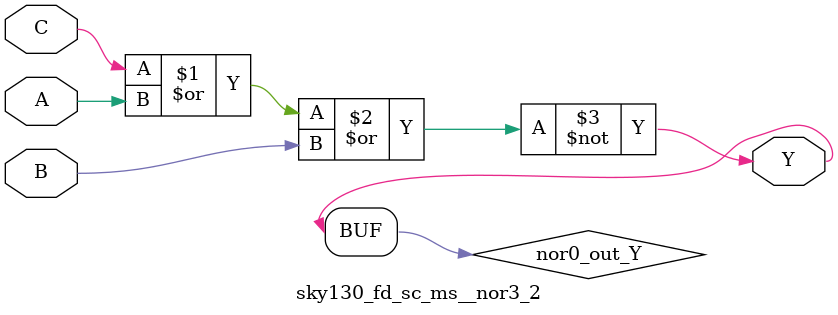
<source format=v>
/*
 * Copyright 2020 The SkyWater PDK Authors
 *
 * Licensed under the Apache License, Version 2.0 (the "License");
 * you may not use this file except in compliance with the License.
 * You may obtain a copy of the License at
 *
 *     https://www.apache.org/licenses/LICENSE-2.0
 *
 * Unless required by applicable law or agreed to in writing, software
 * distributed under the License is distributed on an "AS IS" BASIS,
 * WITHOUT WARRANTIES OR CONDITIONS OF ANY KIND, either express or implied.
 * See the License for the specific language governing permissions and
 * limitations under the License.
 *
 * SPDX-License-Identifier: Apache-2.0
*/


`ifndef SKY130_FD_SC_MS__NOR3_2_FUNCTIONAL_V
`define SKY130_FD_SC_MS__NOR3_2_FUNCTIONAL_V

/**
 * nor3: 3-input NOR.
 *
 *       Y = !(A | B | C | !D)
 *
 * Verilog simulation functional model.
 */

`timescale 1ns / 1ps
`default_nettype none

`celldefine
module sky130_fd_sc_ms__nor3_2 (
    Y,
    A,
    B,
    C
);

    // Module ports
    output Y;
    input  A;
    input  B;
    input  C;

    // Local signals
    wire nor0_out_Y;

    //  Name  Output      Other arguments
    nor nor0 (nor0_out_Y, C, A, B        );
    buf buf0 (Y         , nor0_out_Y     );

endmodule
`endcelldefine

`default_nettype wire
`endif  // SKY130_FD_SC_MS__NOR3_2_FUNCTIONAL_V

</source>
